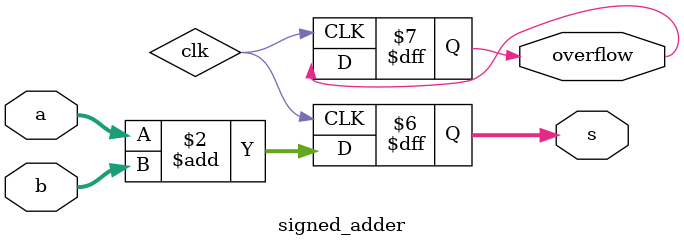
<source format=v>

module signed_adder(input [7:0] a,
    input [7:0] b,
    output [7:0] s,
    output overflow
); 

// The numbers a and b are added to the output s. 
// assign the occurence of the signed overflow of a and b to the output overflow.
// a signed overflow occurs if the most significant bits of a and b are low and the most significant bit of s is high
// a signed overflow may also occur if the most significant bits of a and b are high and the most significant bit of s is low


always @(posedge clk)
begin
    s <= a+b;
    if (s[1] == 128)
        overflow <= 1;
end

endmodule

</source>
